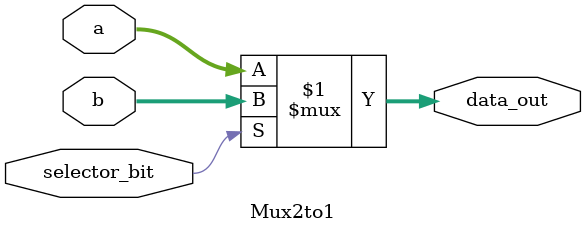
<source format=v>
`timescale 1ns / 1ps


module Mux2to1(
    input[63:0] a,//input a (64 bits)
    input[63:0] b,//input b (64 bits)
    input selector_bit, //selection bit 
    output[63:0] data_out
    );
    
   assign data_out = selector_bit? b:a; 
   //If selection bit is 1, output is b. 
   //If selection but is 0, output is a. 
endmodule

</source>
